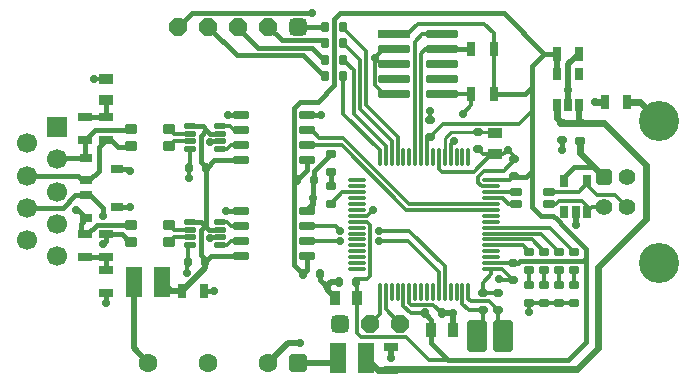
<source format=gtl>
G04*
G04 #@! TF.GenerationSoftware,Altium Limited,Altium Designer,20.1.12 (249)*
G04*
G04 Layer_Physical_Order=1*
G04 Layer_Color=255*
%FSLAX25Y25*%
%MOIN*%
G70*
G04*
G04 #@! TF.SameCoordinates,324E50B1-46C9-4148-88D5-78795315F549*
G04*
G04*
G04 #@! TF.FilePolarity,Positive*
G04*
G01*
G75*
G04:AMPARAMS|DCode=10|XSize=31.5mil|YSize=25.59mil|CornerRadius=6.4mil|HoleSize=0mil|Usage=FLASHONLY|Rotation=180.000|XOffset=0mil|YOffset=0mil|HoleType=Round|Shape=RoundedRectangle|*
%AMROUNDEDRECTD10*
21,1,0.03150,0.01280,0,0,180.0*
21,1,0.01870,0.02559,0,0,180.0*
1,1,0.01280,-0.00935,0.00640*
1,1,0.01280,0.00935,0.00640*
1,1,0.01280,0.00935,-0.00640*
1,1,0.01280,-0.00935,-0.00640*
%
%ADD10ROUNDEDRECTD10*%
G04:AMPARAMS|DCode=11|XSize=33.47mil|YSize=23.62mil|CornerRadius=2.36mil|HoleSize=0mil|Usage=FLASHONLY|Rotation=0.000|XOffset=0mil|YOffset=0mil|HoleType=Round|Shape=RoundedRectangle|*
%AMROUNDEDRECTD11*
21,1,0.03347,0.01890,0,0,0.0*
21,1,0.02874,0.02362,0,0,0.0*
1,1,0.00472,0.01437,-0.00945*
1,1,0.00472,-0.01437,-0.00945*
1,1,0.00472,-0.01437,0.00945*
1,1,0.00472,0.01437,0.00945*
%
%ADD11ROUNDEDRECTD11*%
G04:AMPARAMS|DCode=12|XSize=33.47mil|YSize=23.62mil|CornerRadius=2.36mil|HoleSize=0mil|Usage=FLASHONLY|Rotation=90.000|XOffset=0mil|YOffset=0mil|HoleType=Round|Shape=RoundedRectangle|*
%AMROUNDEDRECTD12*
21,1,0.03347,0.01890,0,0,90.0*
21,1,0.02874,0.02362,0,0,90.0*
1,1,0.00472,0.00945,0.01437*
1,1,0.00472,0.00945,-0.01437*
1,1,0.00472,-0.00945,-0.01437*
1,1,0.00472,-0.00945,0.01437*
%
%ADD12ROUNDEDRECTD12*%
G04:AMPARAMS|DCode=13|XSize=31.5mil|YSize=25.59mil|CornerRadius=6.4mil|HoleSize=0mil|Usage=FLASHONLY|Rotation=90.000|XOffset=0mil|YOffset=0mil|HoleType=Round|Shape=RoundedRectangle|*
%AMROUNDEDRECTD13*
21,1,0.03150,0.01280,0,0,90.0*
21,1,0.01870,0.02559,0,0,90.0*
1,1,0.01280,0.00640,0.00935*
1,1,0.01280,0.00640,-0.00935*
1,1,0.01280,-0.00640,-0.00935*
1,1,0.01280,-0.00640,0.00935*
%
%ADD13ROUNDEDRECTD13*%
G04:AMPARAMS|DCode=14|XSize=49.21mil|YSize=27.56mil|CornerRadius=2.76mil|HoleSize=0mil|Usage=FLASHONLY|Rotation=270.000|XOffset=0mil|YOffset=0mil|HoleType=Round|Shape=RoundedRectangle|*
%AMROUNDEDRECTD14*
21,1,0.04921,0.02205,0,0,270.0*
21,1,0.04370,0.02756,0,0,270.0*
1,1,0.00551,-0.01102,-0.02185*
1,1,0.00551,-0.01102,0.02185*
1,1,0.00551,0.01102,0.02185*
1,1,0.00551,0.01102,-0.02185*
%
%ADD14ROUNDEDRECTD14*%
G04:AMPARAMS|DCode=15|XSize=11.81mil|YSize=59.06mil|CornerRadius=2.95mil|HoleSize=0mil|Usage=FLASHONLY|Rotation=0.000|XOffset=0mil|YOffset=0mil|HoleType=Round|Shape=RoundedRectangle|*
%AMROUNDEDRECTD15*
21,1,0.01181,0.05315,0,0,0.0*
21,1,0.00591,0.05906,0,0,0.0*
1,1,0.00591,0.00295,-0.02657*
1,1,0.00591,-0.00295,-0.02657*
1,1,0.00591,-0.00295,0.02657*
1,1,0.00591,0.00295,0.02657*
%
%ADD15ROUNDEDRECTD15*%
G04:AMPARAMS|DCode=16|XSize=106.3mil|YSize=66.93mil|CornerRadius=6.69mil|HoleSize=0mil|Usage=FLASHONLY|Rotation=270.000|XOffset=0mil|YOffset=0mil|HoleType=Round|Shape=RoundedRectangle|*
%AMROUNDEDRECTD16*
21,1,0.10630,0.05354,0,0,270.0*
21,1,0.09291,0.06693,0,0,270.0*
1,1,0.01339,-0.02677,-0.04646*
1,1,0.01339,-0.02677,0.04646*
1,1,0.01339,0.02677,0.04646*
1,1,0.01339,0.02677,-0.04646*
%
%ADD16ROUNDEDRECTD16*%
G04:AMPARAMS|DCode=17|XSize=43.31mil|YSize=31.5mil|CornerRadius=4.72mil|HoleSize=0mil|Usage=FLASHONLY|Rotation=0.000|XOffset=0mil|YOffset=0mil|HoleType=Round|Shape=RoundedRectangle|*
%AMROUNDEDRECTD17*
21,1,0.04331,0.02205,0,0,0.0*
21,1,0.03386,0.03150,0,0,0.0*
1,1,0.00945,0.01693,-0.01102*
1,1,0.00945,-0.01693,-0.01102*
1,1,0.00945,-0.01693,0.01102*
1,1,0.00945,0.01693,0.01102*
%
%ADD17ROUNDEDRECTD17*%
G04:AMPARAMS|DCode=18|XSize=23.62mil|YSize=43.31mil|CornerRadius=2.36mil|HoleSize=0mil|Usage=FLASHONLY|Rotation=180.000|XOffset=0mil|YOffset=0mil|HoleType=Round|Shape=RoundedRectangle|*
%AMROUNDEDRECTD18*
21,1,0.02362,0.03858,0,0,180.0*
21,1,0.01890,0.04331,0,0,180.0*
1,1,0.00472,-0.00945,0.01929*
1,1,0.00472,0.00945,0.01929*
1,1,0.00472,0.00945,-0.01929*
1,1,0.00472,-0.00945,-0.01929*
%
%ADD18ROUNDEDRECTD18*%
G04:AMPARAMS|DCode=19|XSize=43.31mil|YSize=23.62mil|CornerRadius=3.54mil|HoleSize=0mil|Usage=FLASHONLY|Rotation=180.000|XOffset=0mil|YOffset=0mil|HoleType=Round|Shape=RoundedRectangle|*
%AMROUNDEDRECTD19*
21,1,0.04331,0.01654,0,0,180.0*
21,1,0.03622,0.02362,0,0,180.0*
1,1,0.00709,-0.01811,0.00827*
1,1,0.00709,0.01811,0.00827*
1,1,0.00709,0.01811,-0.00827*
1,1,0.00709,-0.01811,-0.00827*
%
%ADD19ROUNDEDRECTD19*%
G04:AMPARAMS|DCode=20|XSize=49.21mil|YSize=27.56mil|CornerRadius=2.76mil|HoleSize=0mil|Usage=FLASHONLY|Rotation=180.000|XOffset=0mil|YOffset=0mil|HoleType=Round|Shape=RoundedRectangle|*
%AMROUNDEDRECTD20*
21,1,0.04921,0.02205,0,0,180.0*
21,1,0.04370,0.02756,0,0,180.0*
1,1,0.00551,-0.02185,0.01102*
1,1,0.00551,0.02185,0.01102*
1,1,0.00551,0.02185,-0.01102*
1,1,0.00551,-0.02185,-0.01102*
%
%ADD20ROUNDEDRECTD20*%
G04:AMPARAMS|DCode=21|XSize=17.32mil|YSize=39.37mil|CornerRadius=2.6mil|HoleSize=0mil|Usage=FLASHONLY|Rotation=270.000|XOffset=0mil|YOffset=0mil|HoleType=Round|Shape=RoundedRectangle|*
%AMROUNDEDRECTD21*
21,1,0.01732,0.03417,0,0,270.0*
21,1,0.01213,0.03937,0,0,270.0*
1,1,0.00520,-0.01709,-0.00606*
1,1,0.00520,-0.01709,0.00606*
1,1,0.00520,0.01709,0.00606*
1,1,0.00520,0.01709,-0.00606*
%
%ADD21ROUNDEDRECTD21*%
G04:AMPARAMS|DCode=22|XSize=23.62mil|YSize=51.18mil|CornerRadius=2.36mil|HoleSize=0mil|Usage=FLASHONLY|Rotation=270.000|XOffset=0mil|YOffset=0mil|HoleType=Round|Shape=RoundedRectangle|*
%AMROUNDEDRECTD22*
21,1,0.02362,0.04646,0,0,270.0*
21,1,0.01890,0.05118,0,0,270.0*
1,1,0.00472,-0.02323,-0.00945*
1,1,0.00472,-0.02323,0.00945*
1,1,0.00472,0.02323,0.00945*
1,1,0.00472,0.02323,-0.00945*
%
%ADD22ROUNDEDRECTD22*%
G04:AMPARAMS|DCode=23|XSize=23.62mil|YSize=43.31mil|CornerRadius=2.36mil|HoleSize=0mil|Usage=FLASHONLY|Rotation=90.000|XOffset=0mil|YOffset=0mil|HoleType=Round|Shape=RoundedRectangle|*
%AMROUNDEDRECTD23*
21,1,0.02362,0.03858,0,0,90.0*
21,1,0.01890,0.04331,0,0,90.0*
1,1,0.00472,0.01929,0.00945*
1,1,0.00472,0.01929,-0.00945*
1,1,0.00472,-0.01929,-0.00945*
1,1,0.00472,-0.01929,0.00945*
%
%ADD23ROUNDEDRECTD23*%
G04:AMPARAMS|DCode=24|XSize=55.12mil|YSize=102.36mil|CornerRadius=8.27mil|HoleSize=0mil|Usage=FLASHONLY|Rotation=180.000|XOffset=0mil|YOffset=0mil|HoleType=Round|Shape=RoundedRectangle|*
%AMROUNDEDRECTD24*
21,1,0.05512,0.08583,0,0,180.0*
21,1,0.03858,0.10236,0,0,180.0*
1,1,0.01654,-0.01929,0.04291*
1,1,0.01654,0.01929,0.04291*
1,1,0.01654,0.01929,-0.04291*
1,1,0.01654,-0.01929,-0.04291*
%
%ADD24ROUNDEDRECTD24*%
%ADD25R,0.10630X0.02756*%
G04:AMPARAMS|DCode=26|XSize=27.56mil|YSize=106.3mil|CornerRadius=4.13mil|HoleSize=0mil|Usage=FLASHONLY|Rotation=270.000|XOffset=0mil|YOffset=0mil|HoleType=Round|Shape=RoundedRectangle|*
%AMROUNDEDRECTD26*
21,1,0.02756,0.09803,0,0,270.0*
21,1,0.01929,0.10630,0,0,270.0*
1,1,0.00827,-0.04902,-0.00965*
1,1,0.00827,-0.04902,0.00965*
1,1,0.00827,0.04902,0.00965*
1,1,0.00827,0.04902,-0.00965*
%
%ADD26ROUNDEDRECTD26*%
G04:AMPARAMS|DCode=27|XSize=49.21mil|YSize=31.5mil|CornerRadius=3.15mil|HoleSize=0mil|Usage=FLASHONLY|Rotation=0.000|XOffset=0mil|YOffset=0mil|HoleType=Round|Shape=RoundedRectangle|*
%AMROUNDEDRECTD27*
21,1,0.04921,0.02520,0,0,0.0*
21,1,0.04291,0.03150,0,0,0.0*
1,1,0.00630,0.02146,-0.01260*
1,1,0.00630,-0.02146,-0.01260*
1,1,0.00630,-0.02146,0.01260*
1,1,0.00630,0.02146,0.01260*
%
%ADD27ROUNDEDRECTD27*%
G04:AMPARAMS|DCode=28|XSize=49.21mil|YSize=31.5mil|CornerRadius=3.15mil|HoleSize=0mil|Usage=FLASHONLY|Rotation=90.000|XOffset=0mil|YOffset=0mil|HoleType=Round|Shape=RoundedRectangle|*
%AMROUNDEDRECTD28*
21,1,0.04921,0.02520,0,0,90.0*
21,1,0.04291,0.03150,0,0,90.0*
1,1,0.00630,0.01260,0.02146*
1,1,0.00630,0.01260,-0.02146*
1,1,0.00630,-0.01260,-0.02146*
1,1,0.00630,-0.01260,0.02146*
%
%ADD28ROUNDEDRECTD28*%
G04:AMPARAMS|DCode=29|XSize=11.81mil|YSize=59.06mil|CornerRadius=2.95mil|HoleSize=0mil|Usage=FLASHONLY|Rotation=90.000|XOffset=0mil|YOffset=0mil|HoleType=Round|Shape=RoundedRectangle|*
%AMROUNDEDRECTD29*
21,1,0.01181,0.05315,0,0,90.0*
21,1,0.00591,0.05906,0,0,90.0*
1,1,0.00591,0.02657,0.00295*
1,1,0.00591,0.02657,-0.00295*
1,1,0.00591,-0.02657,-0.00295*
1,1,0.00591,-0.02657,0.00295*
%
%ADD29ROUNDEDRECTD29*%
%ADD62C,0.01181*%
%ADD63C,0.01575*%
%ADD64C,0.01200*%
%ADD65C,0.02362*%
%ADD66C,0.01968*%
%ADD67C,0.00984*%
G04:AMPARAMS|DCode=68|XSize=59.06mil|YSize=59.06mil|CornerRadius=14.76mil|HoleSize=0mil|Usage=FLASHONLY|Rotation=0.000|XOffset=0mil|YOffset=0mil|HoleType=Round|Shape=RoundedRectangle|*
%AMROUNDEDRECTD68*
21,1,0.05906,0.02953,0,0,0.0*
21,1,0.02953,0.05906,0,0,0.0*
1,1,0.02953,0.01476,-0.01476*
1,1,0.02953,-0.01476,-0.01476*
1,1,0.02953,-0.01476,0.01476*
1,1,0.02953,0.01476,0.01476*
%
%ADD68ROUNDEDRECTD68*%
%ADD69P,0.06392X8X22.5*%
%ADD70C,0.13386*%
%ADD71C,0.05512*%
G04:AMPARAMS|DCode=72|XSize=55.12mil|YSize=55.12mil|CornerRadius=13.78mil|HoleSize=0mil|Usage=FLASHONLY|Rotation=90.000|XOffset=0mil|YOffset=0mil|HoleType=Round|Shape=RoundedRectangle|*
%AMROUNDEDRECTD72*
21,1,0.05512,0.02756,0,0,90.0*
21,1,0.02756,0.05512,0,0,90.0*
1,1,0.02756,0.01378,0.01378*
1,1,0.02756,0.01378,-0.01378*
1,1,0.02756,-0.01378,-0.01378*
1,1,0.02756,-0.01378,0.01378*
%
%ADD72ROUNDEDRECTD72*%
%ADD73R,0.06693X0.06693*%
%ADD74C,0.06693*%
%ADD75C,0.06299*%
G04:AMPARAMS|DCode=76|XSize=62.99mil|YSize=62.99mil|CornerRadius=15.75mil|HoleSize=0mil|Usage=FLASHONLY|Rotation=0.000|XOffset=0mil|YOffset=0mil|HoleType=Round|Shape=RoundedRectangle|*
%AMROUNDEDRECTD76*
21,1,0.06299,0.03150,0,0,0.0*
21,1,0.03150,0.06299,0,0,0.0*
1,1,0.03150,0.01575,-0.01575*
1,1,0.03150,-0.01575,-0.01575*
1,1,0.03150,-0.01575,0.01575*
1,1,0.03150,0.01575,0.01575*
%
%ADD76ROUNDEDRECTD76*%
%ADD77C,0.02756*%
D10*
X174500Y31354D02*
D03*
Y25646D02*
D03*
X169500Y31354D02*
D03*
Y25646D02*
D03*
X196000Y87854D02*
D03*
Y82146D02*
D03*
X180000Y70146D02*
D03*
Y75854D02*
D03*
X179500Y41354D02*
D03*
Y35646D02*
D03*
X168000Y84854D02*
D03*
Y79146D02*
D03*
X152000Y83146D02*
D03*
Y88854D02*
D03*
D11*
X119000Y71547D02*
D03*
Y77453D02*
D03*
Y61047D02*
D03*
Y66953D02*
D03*
X200000Y44953D02*
D03*
Y39047D02*
D03*
X195000Y44953D02*
D03*
Y39047D02*
D03*
X190000Y44953D02*
D03*
Y39047D02*
D03*
X185000Y44953D02*
D03*
Y39047D02*
D03*
X200000Y33953D02*
D03*
Y28047D02*
D03*
X195000Y33953D02*
D03*
Y28047D02*
D03*
X190000Y33953D02*
D03*
Y28047D02*
D03*
X185000Y33953D02*
D03*
Y28047D02*
D03*
X202000Y87953D02*
D03*
Y82047D02*
D03*
D12*
X122953Y103500D02*
D03*
X117047D02*
D03*
X122953Y109000D02*
D03*
X117047D02*
D03*
X122953Y114500D02*
D03*
X117047D02*
D03*
X122953Y120000D02*
D03*
X117047D02*
D03*
D13*
X76854Y41500D02*
D03*
X71146D02*
D03*
X109646Y37500D02*
D03*
X115354D02*
D03*
X77354Y73000D02*
D03*
X71646D02*
D03*
X107646Y69000D02*
D03*
X113354D02*
D03*
X150146Y24500D02*
D03*
X155854D02*
D03*
X127354Y35000D02*
D03*
X121646D02*
D03*
D14*
X194260Y111000D02*
D03*
X201740D02*
D03*
X69260Y32000D02*
D03*
X76740D02*
D03*
X165760Y97500D02*
D03*
X173240D02*
D03*
X165760Y112500D02*
D03*
X173240D02*
D03*
X217740Y95000D02*
D03*
X210260D02*
D03*
D15*
X162795Y31559D02*
D03*
X164764D02*
D03*
X141142D02*
D03*
X135236D02*
D03*
X137205D02*
D03*
X139173D02*
D03*
X147047D02*
D03*
X143110D02*
D03*
X145079D02*
D03*
X149016D02*
D03*
X150984D02*
D03*
X152953D02*
D03*
X154921D02*
D03*
X156890D02*
D03*
X158858D02*
D03*
X160827D02*
D03*
X164764Y76441D02*
D03*
X162795D02*
D03*
X160827D02*
D03*
X158858D02*
D03*
X156890D02*
D03*
X154921D02*
D03*
X152953D02*
D03*
X150984D02*
D03*
X149016D02*
D03*
X147047D02*
D03*
X145079D02*
D03*
X143110D02*
D03*
X141142D02*
D03*
X139173D02*
D03*
X137205D02*
D03*
X135236D02*
D03*
D16*
X167669Y17000D02*
D03*
X176331D02*
D03*
D17*
X52201Y53756D02*
D03*
X64799D02*
D03*
Y48244D02*
D03*
X52201D02*
D03*
Y85756D02*
D03*
X64799D02*
D03*
Y80244D02*
D03*
X52201D02*
D03*
D18*
X196760Y68618D02*
D03*
X204240D02*
D03*
Y58382D02*
D03*
X200500D02*
D03*
X196760D02*
D03*
X194260Y93882D02*
D03*
X198000D02*
D03*
X201740D02*
D03*
Y104118D02*
D03*
X194260D02*
D03*
D19*
X180488Y64969D02*
D03*
X191512D02*
D03*
Y61032D02*
D03*
X180488D02*
D03*
D20*
X37000Y43260D02*
D03*
Y50740D02*
D03*
X44000Y43260D02*
D03*
Y50740D02*
D03*
Y38740D02*
D03*
Y31260D02*
D03*
X37000Y89740D02*
D03*
Y82260D02*
D03*
X44000Y89740D02*
D03*
Y82260D02*
D03*
X139016Y5657D02*
D03*
Y13137D02*
D03*
D21*
X82118Y79161D02*
D03*
Y81721D02*
D03*
Y84280D02*
D03*
X71882D02*
D03*
Y81721D02*
D03*
Y79161D02*
D03*
X82118Y86839D02*
D03*
X71882D02*
D03*
Y54839D02*
D03*
X82118D02*
D03*
X71882Y47161D02*
D03*
Y49720D02*
D03*
Y52280D02*
D03*
X82118D02*
D03*
Y49720D02*
D03*
Y47161D02*
D03*
D22*
X111024Y75500D02*
D03*
Y80500D02*
D03*
Y85500D02*
D03*
Y90500D02*
D03*
X88976Y75500D02*
D03*
Y80500D02*
D03*
Y85500D02*
D03*
Y90500D02*
D03*
X111024Y43500D02*
D03*
Y48500D02*
D03*
Y53500D02*
D03*
Y58500D02*
D03*
X88976Y43500D02*
D03*
Y48500D02*
D03*
Y53500D02*
D03*
Y58500D02*
D03*
D23*
X37382Y76240D02*
D03*
Y68760D02*
D03*
X47618Y72500D02*
D03*
X37382Y63740D02*
D03*
Y56260D02*
D03*
X47618Y60000D02*
D03*
D24*
X130724Y9500D02*
D03*
X121276D02*
D03*
X53276Y35000D02*
D03*
X62724D02*
D03*
D25*
X140126Y117460D02*
D03*
D26*
X155874D02*
D03*
X140126Y112460D02*
D03*
X155874D02*
D03*
X140126Y107460D02*
D03*
Y102460D02*
D03*
Y97460D02*
D03*
X155874Y107460D02*
D03*
Y102460D02*
D03*
Y97460D02*
D03*
D27*
X44000Y102543D02*
D03*
Y95457D02*
D03*
X173500Y77457D02*
D03*
Y84543D02*
D03*
D28*
X120457Y29500D02*
D03*
X127543D02*
D03*
X159543Y19000D02*
D03*
X152457D02*
D03*
D29*
X172441Y58921D02*
D03*
Y60890D02*
D03*
Y62858D02*
D03*
Y64827D02*
D03*
X127559Y68764D02*
D03*
Y66795D02*
D03*
Y64827D02*
D03*
Y62858D02*
D03*
Y60890D02*
D03*
Y58921D02*
D03*
Y56953D02*
D03*
Y54984D02*
D03*
Y53016D02*
D03*
Y51047D02*
D03*
Y49079D02*
D03*
Y47110D02*
D03*
Y45142D02*
D03*
Y43173D02*
D03*
Y41205D02*
D03*
Y39236D02*
D03*
X172441D02*
D03*
Y41205D02*
D03*
Y43173D02*
D03*
Y45142D02*
D03*
Y47110D02*
D03*
Y49079D02*
D03*
Y51047D02*
D03*
Y53016D02*
D03*
Y54984D02*
D03*
Y56953D02*
D03*
Y66795D02*
D03*
Y68764D02*
D03*
D62*
X169500Y31354D02*
X174500D01*
X169500D02*
Y34500D01*
X174500Y18831D02*
X176331Y17000D01*
X174500Y18831D02*
Y25646D01*
X171646Y28500D02*
X174500Y25646D01*
X165500Y28500D02*
X171646D01*
X164764Y29236D02*
X165500Y28500D01*
X164764Y29236D02*
Y31559D01*
X167669Y17000D02*
X169500Y18831D01*
Y25646D01*
X164854D02*
X169500D01*
X162795Y27705D02*
X164854Y25646D01*
X162795Y27705D02*
Y31559D01*
X172441Y37441D02*
Y39236D01*
X169500Y34500D02*
X172441Y37441D01*
X130500Y94000D02*
Y112000D01*
X123079Y119421D02*
X130500Y112000D01*
X123000Y91000D02*
Y103500D01*
Y91000D02*
X135236Y78764D01*
X122953Y114500D02*
X123000D01*
X128500Y92500D02*
Y109000D01*
X123000Y114500D02*
X128500Y109000D01*
X122976Y109024D02*
X126500Y105500D01*
Y91000D02*
Y105500D01*
X119000Y61047D02*
X122780Y64827D01*
X127559D01*
X71146Y41500D02*
Y46425D01*
X71882Y47161D01*
X71000Y38000D02*
Y41354D01*
X71146Y41500D01*
X71500Y69500D02*
X71646Y69646D01*
Y73000D01*
X71882Y73236D01*
Y79161D01*
X178000Y79000D02*
X180000Y77000D01*
Y75854D02*
Y77000D01*
X176457Y77457D02*
X178000Y79000D01*
X173500Y77457D02*
X176457D01*
X172457D02*
X173500D01*
X169689D02*
X172457D01*
X168000Y79146D02*
X169689Y77457D01*
X156000Y71500D02*
X166500D01*
X172457Y77457D01*
X152000Y83146D02*
X156354Y87500D01*
X181500D02*
X186000Y92000D01*
X156354Y87500D02*
X181500D01*
X158858Y80858D02*
X160000Y82000D01*
X158858Y76441D02*
Y80858D01*
X163000Y91000D02*
X165760Y93760D01*
X152000Y88854D02*
Y92000D01*
X150984Y82130D02*
X152000Y83146D01*
X150984Y76441D02*
Y82130D01*
X165760Y93760D02*
Y97500D01*
X133500Y109500D02*
X136460Y112460D01*
X140126D01*
X133500Y109500D02*
X135540Y107460D01*
X140126D01*
X133500Y100500D02*
X136540Y97460D01*
X140126D01*
X133500Y100500D02*
Y109500D01*
X150460Y112460D02*
X155874D01*
X149016Y111016D02*
X150460Y112460D01*
X149016Y76441D02*
Y111016D01*
X149460Y117460D02*
X155874D01*
X147047Y115047D02*
X149460Y117460D01*
X147047Y76441D02*
Y115047D01*
X173240Y112500D02*
Y117760D01*
X170000Y121000D02*
X173240Y117760D01*
X148000Y121000D02*
X170000D01*
X144460Y117460D02*
X148000Y121000D01*
X140126Y117460D02*
X144460D01*
X173240Y97500D02*
Y112500D01*
X155874Y97460D02*
X155914Y97500D01*
X165760D01*
X141142Y76441D02*
Y83358D01*
X130500Y94000D02*
X141142Y83358D01*
X128500Y92500D02*
X139173Y81827D01*
Y76441D02*
Y81827D01*
X137205Y76441D02*
Y80295D01*
X126500Y91000D02*
X137205Y80295D01*
X135236Y76441D02*
Y78764D01*
X154921Y72579D02*
X156000Y71500D01*
X154921Y72579D02*
Y76441D01*
X180000Y75500D02*
Y75854D01*
X176500Y72000D02*
X180000Y75500D01*
X170000Y72000D02*
X176500D01*
X168000Y70000D02*
X170000Y72000D01*
X168000Y68000D02*
Y70000D01*
Y68000D02*
X169205Y66795D01*
X172441D01*
X143110Y27035D02*
X145646Y24500D01*
X145079Y27921D02*
Y31559D01*
Y27921D02*
X145735Y27265D01*
X153089D02*
X155854Y24500D01*
X145735Y27265D02*
X153089D01*
X204240Y67740D02*
Y68618D01*
Y67260D02*
Y67740D01*
Y67260D02*
X207500Y64000D01*
X213756D01*
X217717Y60039D01*
X201468Y64969D02*
X204240Y67740D01*
X191512Y64969D02*
X201468D01*
X204240Y58382D02*
X205898Y60039D01*
X209842D01*
X204240Y58382D02*
Y60260D01*
X202500Y62000D02*
X204240Y60260D01*
X195000Y62000D02*
X202500D01*
X194032Y61032D02*
X195000Y62000D01*
X191512Y61032D02*
X194032D01*
X127354Y35000D02*
X127543Y34811D01*
Y29500D02*
Y34811D01*
X151500Y9000D02*
X158000D01*
X144000Y16500D02*
X151500Y9000D01*
X129000Y16500D02*
X144000D01*
X127543Y17957D02*
X129000Y16500D01*
X127543Y17957D02*
Y29500D01*
X137205Y25795D02*
X142000Y21000D01*
X137205Y25795D02*
Y31559D01*
X132000Y21000D02*
X135236Y24236D01*
Y31559D01*
X145646Y24500D02*
X150146D01*
X40000Y102500D02*
X43957D01*
X44000Y102543D01*
X65299Y80244D02*
X66776Y81721D01*
X71882D01*
X65299Y85756D02*
X66776Y84280D01*
X71882D01*
X65299Y48244D02*
X66776Y49720D01*
X71882D01*
X65299Y53756D02*
X66776Y52280D01*
X71882D01*
X85500Y48500D02*
X88976D01*
X84161Y47161D02*
X85500Y48500D01*
X82118Y47161D02*
X84161D01*
X85500Y53500D02*
X88976D01*
X84161Y54839D02*
X85500Y53500D01*
X82118Y54839D02*
X84161D01*
X85500Y80500D02*
X88976D01*
X84161Y79161D02*
X85500Y80500D01*
X82118Y79161D02*
X84161D01*
X86500Y85500D02*
X88976D01*
X85161Y86839D02*
X86500Y85500D01*
X82118Y86839D02*
X85161D01*
X135000Y52000D02*
X145000D01*
X156890Y40110D01*
Y31559D02*
Y40110D01*
X144500Y48500D02*
X154921Y38079D01*
Y31559D02*
Y38079D01*
X135000Y48500D02*
X144500D01*
X111024D02*
X122000D01*
X120500Y53500D02*
X122000Y52000D01*
X111024Y53500D02*
X120500D01*
X127854Y36000D02*
X131000D01*
X132000Y37000D01*
Y54000D01*
X131016Y54984D02*
X132000Y54000D01*
X127559Y54984D02*
X131016D01*
X130953Y56953D02*
X133000Y59000D01*
X127559Y56953D02*
X130953D01*
X143110Y27035D02*
Y31559D01*
X185000Y25000D02*
Y28047D01*
X180457Y61000D02*
X180488Y61032D01*
X178000Y61000D02*
X180457D01*
X176142Y62858D02*
X178000Y61000D01*
X172441Y62858D02*
X176142D01*
X180347Y64827D02*
X180488Y64969D01*
X172441Y64827D02*
X180347D01*
X191937Y53016D02*
X200000Y44953D01*
X172441Y53016D02*
X191937D01*
X188906Y51047D02*
X195000Y44953D01*
X172441Y51047D02*
X188906D01*
X185874Y49079D02*
X190000Y44953D01*
X172441Y49079D02*
X185874D01*
X182843Y47110D02*
X185000Y44953D01*
X172441Y47110D02*
X182843D01*
X185000Y33953D02*
Y39047D01*
X190000Y33953D02*
Y39047D01*
X195000Y33953D02*
Y39047D01*
X200000Y33953D02*
Y39047D01*
X195000Y28047D02*
X200000D01*
X190000D02*
X195000D01*
X185000D02*
X190000D01*
X175000Y36000D02*
X175354Y35646D01*
X179500D01*
X178618Y68764D02*
X180000Y70146D01*
X172441Y68764D02*
X178618D01*
X175909Y39236D02*
X179500Y35646D01*
X172441Y39236D02*
X175909D01*
X179350Y41205D02*
X179500Y41354D01*
X172441Y41205D02*
X179350D01*
D63*
X120000Y122500D02*
X120000Y100500D01*
X120000Y122500D02*
X122000Y124500D01*
X176500D01*
X106500Y69000D02*
Y93000D01*
Y40500D02*
Y69000D01*
X108500Y95000D02*
X114500D01*
X120000Y100500D01*
X87500Y110500D02*
X109500D01*
X116500Y103500D01*
X117047D01*
X112500Y113000D02*
X116500Y109000D01*
X117047D01*
X94500Y113000D02*
X112500D01*
X108000Y120000D02*
X117047D01*
X116000Y115500D02*
X117000Y114500D01*
X113354Y69000D02*
Y71807D01*
X119000Y77453D01*
Y66953D02*
Y71547D01*
X111024Y90500D02*
X115500D01*
X196000Y79000D02*
Y82146D01*
X113000Y63000D02*
Y68646D01*
X113354Y69000D01*
X107646D02*
X111024Y72378D01*
Y75500D01*
X107000Y69000D02*
X107646D01*
X106500Y40500D02*
X109500Y37500D01*
X106500Y93000D02*
X108500Y95000D01*
X115354Y35646D02*
X117500Y33500D01*
X115354Y35646D02*
Y37500D01*
X109646D02*
X111024Y38878D01*
Y43500D01*
X194260Y111000D02*
X194457D01*
X190000D02*
X194260D01*
X76854Y41500D02*
Y42646D01*
X75500Y44000D02*
Y52118D01*
Y44000D02*
X76854Y42646D01*
X75500Y75000D02*
X77500Y73000D01*
X76854Y41500D02*
X78854Y43500D01*
X76941Y53559D02*
X77354Y53972D01*
Y73000D01*
X75500Y75000D02*
Y83618D01*
X77500Y73000D02*
X80000Y75500D01*
X186000Y92000D02*
Y100000D01*
Y72000D02*
Y92000D01*
X165720Y112460D02*
X165760Y112500D01*
X155874Y112460D02*
X165720D01*
X186000Y100000D02*
Y107000D01*
X183500Y97500D02*
X186000Y100000D01*
X173240Y97500D02*
X183500D01*
X72500Y124500D02*
X112500D01*
X68000Y120000D02*
X72500Y124500D01*
X78000Y120000D02*
X87500Y110500D01*
X88000Y119500D02*
Y120000D01*
Y119500D02*
X94500Y113000D01*
X102500Y115500D02*
X116000D01*
X98000Y120000D02*
X102500Y115500D01*
X44000Y82260D02*
X45740D01*
X48000Y80000D02*
X51957D01*
X45740Y82260D02*
X48000Y80000D01*
X41500Y72000D02*
Y79760D01*
X44000Y82260D01*
X37382Y68760D02*
X38260D01*
X41500Y72000D01*
X34646Y70354D02*
X36240Y68760D01*
X17500Y70354D02*
X34646D01*
X36240Y68760D02*
X37382D01*
X34642Y59000D02*
X37382Y56260D01*
X34000Y59000D02*
X34642D01*
X37000Y50740D02*
X37740D01*
X41000Y54000D02*
X51756D01*
X37740Y50740D02*
X41000Y54000D01*
X35500Y54378D02*
X37382Y56260D01*
X35500Y52240D02*
Y54378D01*
Y52240D02*
X37000Y50740D01*
X43000Y56765D02*
Y59500D01*
X38760Y63740D02*
X43000Y59500D01*
X37382Y63740D02*
X38760D01*
X33740D02*
X37382D01*
X29567Y59567D02*
X33740Y63740D01*
X17500Y59567D02*
X29567D01*
X52000Y53756D02*
X52201D01*
X51756Y54000D02*
X52000Y53756D01*
X44000Y50740D02*
X49260D01*
X51756Y48244D02*
X52201D01*
X49260Y50740D02*
X51756Y48244D01*
X51957Y80000D02*
X52201Y80244D01*
X37000Y82260D02*
X40240Y85500D01*
X51945D02*
X52201Y85756D01*
X40240Y85500D02*
X51945D01*
X200112Y73112D02*
X206612D01*
X196760Y69760D02*
X200112Y73112D01*
X196760Y68618D02*
Y69760D01*
X195671Y54329D02*
X195671D01*
X189000Y57000D02*
X193000D01*
X195171Y54829D02*
X195671Y54329D01*
X193000Y57000D02*
X194191Y55809D01*
Y55780D02*
X195142Y54829D01*
X195171D01*
X194191Y55780D02*
Y55809D01*
X150146Y24500D02*
X152457Y22189D01*
Y19000D02*
Y22189D01*
Y14543D02*
Y19000D01*
Y14543D02*
X158000Y9000D01*
X37000Y76622D02*
X37382Y76240D01*
X37000Y76622D02*
Y82260D01*
X27992Y76240D02*
X37382D01*
X27500Y75748D02*
X27992Y76240D01*
X44000Y28000D02*
Y31260D01*
Y38740D02*
Y43260D01*
X76740Y32000D02*
X80000D01*
X84000Y58500D02*
X88976D01*
X78854Y43500D02*
X88976D01*
X76941Y53559D02*
X78220Y52280D01*
X75661Y54839D02*
X76941Y53559D01*
X75500Y52118D02*
X76941Y53559D01*
X78500Y49500D02*
X78720Y49720D01*
X82118D01*
X71882Y54839D02*
X75661D01*
X78220Y52280D02*
X82118D01*
X80000Y75500D02*
X88976D01*
X77441Y85559D02*
X78720Y84280D01*
X76161Y86839D02*
X77441Y85559D01*
X75500Y83618D02*
X77441Y85559D01*
X71882Y86839D02*
X76161D01*
X78720Y84280D02*
X82118D01*
X78500Y81500D02*
X78720Y81721D01*
X82118D01*
X84500Y90500D02*
X88976D01*
X43000Y47500D02*
X44000Y48500D01*
Y50740D01*
X51500Y72500D02*
X52000Y72000D01*
X47618Y72500D02*
X51500D01*
X47618Y60000D02*
X52000D01*
X37000Y43260D02*
X44000D01*
Y89740D02*
Y95457D01*
X37000Y89740D02*
X44000D01*
X158000Y9000D02*
X198000D01*
X204000Y15000D01*
Y43000D01*
X195671Y54329D02*
X204000Y46000D01*
Y43000D02*
Y46000D01*
X186000Y60000D02*
Y72000D01*
Y60000D02*
X189000Y57000D01*
X203000Y42000D02*
X204000Y43000D01*
X182000Y42000D02*
X203000D01*
X181354Y41354D02*
X182000Y42000D01*
X179500Y41354D02*
X181354D01*
X176500Y124500D02*
X190000Y111000D01*
X180000Y70146D02*
X180146Y70000D01*
X184000D01*
X186000Y72000D01*
Y107000D02*
X190000Y111000D01*
D64*
X122500Y80500D02*
X144079Y58921D01*
X111024Y80500D02*
X122500D01*
X112500Y85500D02*
X115000Y83000D01*
X123000D02*
X145110Y60890D01*
X115000Y83000D02*
X123000D01*
X111024Y85500D02*
X112500D01*
X144079Y58921D02*
X172441D01*
X145110Y60890D02*
X172441D01*
D65*
X194260Y89595D02*
X196000Y87854D01*
X194260Y89595D02*
Y93882D01*
X196000Y87854D02*
X196098Y87953D01*
X202000D01*
X206612Y73112D02*
X209842Y69882D01*
X202000Y77724D02*
X206612Y73112D01*
X139016Y6000D02*
X201000Y6000D01*
X134568Y5657D02*
X139016D01*
X130724Y9500D02*
X134568Y5657D01*
X201000Y6000D02*
X208000Y13000D01*
Y40000D02*
X224000Y56000D01*
X208000Y13000D02*
Y40000D01*
X224000Y56000D02*
Y74000D01*
X207000Y95000D02*
X210260D01*
X221929D02*
X228346Y88583D01*
X217740Y95000D02*
X221929D01*
X210047Y87953D02*
X224000Y74000D01*
X202000Y87953D02*
X210047D01*
X202000Y77724D02*
Y82047D01*
D66*
X194457Y104315D02*
Y111000D01*
X76854Y39595D02*
Y41500D01*
X69260Y32000D02*
X76854Y39595D01*
X104500Y14500D02*
X108500D01*
X98000Y8000D02*
X104500Y14500D01*
X200500Y54000D02*
Y58382D01*
X117500Y32457D02*
Y33500D01*
Y32457D02*
X120457Y29500D01*
X117500Y33500D02*
X119000Y35000D01*
X121646D01*
X139000Y9500D02*
X139016Y9516D01*
Y13137D01*
X119776Y8000D02*
X121276Y9500D01*
X108000Y8000D02*
X119776D01*
X159500Y19043D02*
X159543Y19000D01*
X159500Y19043D02*
Y24500D01*
X155854D02*
X159500D01*
X53276Y12724D02*
X58000Y8000D01*
X62724Y35000D02*
X65724Y32000D01*
X69260D01*
X53276Y12724D02*
Y35000D01*
X113000Y60476D02*
Y63000D01*
X111024Y58500D02*
X113000Y60476D01*
X198000Y99000D02*
Y107457D01*
X201543Y111000D01*
X194260Y104118D02*
X194457Y104315D01*
X198000Y93882D02*
Y99000D01*
X201740Y88213D02*
X202000Y87953D01*
X201740Y88213D02*
Y93882D01*
D67*
X173189Y84854D02*
X173500Y84543D01*
X168000Y84854D02*
X173189D01*
X159000Y85000D02*
X166354D01*
X156890Y82890D02*
X159000Y85000D01*
X156890Y76441D02*
Y82890D01*
D68*
X122000Y21000D02*
D03*
X108000Y120000D02*
D03*
D69*
X132000Y21000D02*
D03*
X142000D02*
D03*
X98000Y120000D02*
D03*
X88000D02*
D03*
X78000D02*
D03*
X68000D02*
D03*
D70*
X228346Y41339D02*
D03*
Y88583D02*
D03*
D71*
X217717Y60039D02*
D03*
Y69882D02*
D03*
X209842Y60039D02*
D03*
D72*
Y69882D02*
D03*
D73*
X27500Y86535D02*
D03*
D74*
Y75748D02*
D03*
Y64961D02*
D03*
Y54173D02*
D03*
Y43386D02*
D03*
X17500Y81142D02*
D03*
Y70354D02*
D03*
Y59567D02*
D03*
Y48779D02*
D03*
D75*
X78000Y8000D02*
D03*
X58000D02*
D03*
X98000D02*
D03*
D76*
X108000Y8000D02*
D03*
D77*
X115500Y90500D02*
D03*
X160000Y82000D02*
D03*
X163000Y91000D02*
D03*
X152000Y92000D02*
D03*
X133500Y109500D02*
D03*
X112500Y124500D02*
D03*
X108500Y14500D02*
D03*
X34000Y59000D02*
D03*
X43000Y56765D02*
D03*
X196000Y79000D02*
D03*
X139000Y9500D02*
D03*
X84000Y58500D02*
D03*
X80000Y32000D02*
D03*
X71000Y38000D02*
D03*
X78500Y49500D02*
D03*
Y81500D02*
D03*
X71500Y69500D02*
D03*
X84500Y90500D02*
D03*
X43000Y47500D02*
D03*
X44000Y28000D02*
D03*
X52000Y60000D02*
D03*
Y72000D02*
D03*
X122000Y48500D02*
D03*
Y52000D02*
D03*
X135000Y48500D02*
D03*
Y52000D02*
D03*
X133000Y59000D02*
D03*
X185000Y25000D02*
D03*
X178000Y79000D02*
D03*
X175000Y36000D02*
D03*
X117500Y33500D02*
D03*
X198000Y99000D02*
D03*
X207000Y95000D02*
D03*
X200500Y54000D02*
D03*
X159500Y24500D02*
D03*
X40000Y102500D02*
D03*
X113000Y63000D02*
D03*
M02*

</source>
